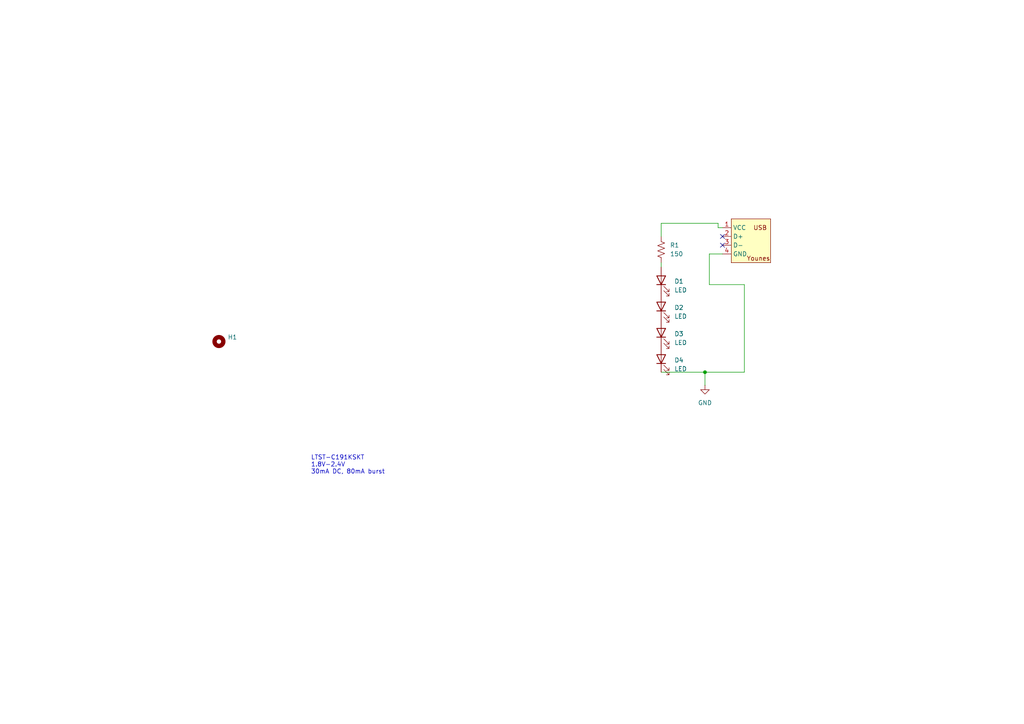
<source format=kicad_sch>
(kicad_sch
	(version 20250114)
	(generator "eeschema")
	(generator_version "9.0")
	(uuid "b4757da3-b2c5-4143-80a7-bf0ada63f815")
	(paper "A4")
	(lib_symbols
		(symbol "Device:LED"
			(pin_numbers
				(hide yes)
			)
			(pin_names
				(offset 1.016)
				(hide yes)
			)
			(exclude_from_sim no)
			(in_bom yes)
			(on_board yes)
			(property "Reference" "D"
				(at 0 2.54 0)
				(effects
					(font
						(size 1.27 1.27)
					)
				)
			)
			(property "Value" "LED"
				(at 0 -2.54 0)
				(effects
					(font
						(size 1.27 1.27)
					)
				)
			)
			(property "Footprint" ""
				(at 0 0 0)
				(effects
					(font
						(size 1.27 1.27)
					)
					(hide yes)
				)
			)
			(property "Datasheet" "~"
				(at 0 0 0)
				(effects
					(font
						(size 1.27 1.27)
					)
					(hide yes)
				)
			)
			(property "Description" "Light emitting diode"
				(at 0 0 0)
				(effects
					(font
						(size 1.27 1.27)
					)
					(hide yes)
				)
			)
			(property "Sim.Pins" "1=K 2=A"
				(at 0 0 0)
				(effects
					(font
						(size 1.27 1.27)
					)
					(hide yes)
				)
			)
			(property "ki_keywords" "LED diode"
				(at 0 0 0)
				(effects
					(font
						(size 1.27 1.27)
					)
					(hide yes)
				)
			)
			(property "ki_fp_filters" "LED* LED_SMD:* LED_THT:*"
				(at 0 0 0)
				(effects
					(font
						(size 1.27 1.27)
					)
					(hide yes)
				)
			)
			(symbol "LED_0_1"
				(polyline
					(pts
						(xy -3.048 -0.762) (xy -4.572 -2.286) (xy -3.81 -2.286) (xy -4.572 -2.286) (xy -4.572 -1.524)
					)
					(stroke
						(width 0)
						(type default)
					)
					(fill
						(type none)
					)
				)
				(polyline
					(pts
						(xy -1.778 -0.762) (xy -3.302 -2.286) (xy -2.54 -2.286) (xy -3.302 -2.286) (xy -3.302 -1.524)
					)
					(stroke
						(width 0)
						(type default)
					)
					(fill
						(type none)
					)
				)
				(polyline
					(pts
						(xy -1.27 0) (xy 1.27 0)
					)
					(stroke
						(width 0)
						(type default)
					)
					(fill
						(type none)
					)
				)
				(polyline
					(pts
						(xy -1.27 -1.27) (xy -1.27 1.27)
					)
					(stroke
						(width 0.254)
						(type default)
					)
					(fill
						(type none)
					)
				)
				(polyline
					(pts
						(xy 1.27 -1.27) (xy 1.27 1.27) (xy -1.27 0) (xy 1.27 -1.27)
					)
					(stroke
						(width 0.254)
						(type default)
					)
					(fill
						(type none)
					)
				)
			)
			(symbol "LED_1_1"
				(pin passive line
					(at -3.81 0 0)
					(length 2.54)
					(name "K"
						(effects
							(font
								(size 1.27 1.27)
							)
						)
					)
					(number "1"
						(effects
							(font
								(size 1.27 1.27)
							)
						)
					)
				)
				(pin passive line
					(at 3.81 0 180)
					(length 2.54)
					(name "A"
						(effects
							(font
								(size 1.27 1.27)
							)
						)
					)
					(number "2"
						(effects
							(font
								(size 1.27 1.27)
							)
						)
					)
				)
			)
			(embedded_fonts no)
		)
		(symbol "Device:R_US"
			(pin_numbers
				(hide yes)
			)
			(pin_names
				(offset 0)
			)
			(exclude_from_sim no)
			(in_bom yes)
			(on_board yes)
			(property "Reference" "R"
				(at 2.54 0 90)
				(effects
					(font
						(size 1.27 1.27)
					)
				)
			)
			(property "Value" "R_US"
				(at -2.54 0 90)
				(effects
					(font
						(size 1.27 1.27)
					)
				)
			)
			(property "Footprint" ""
				(at 1.016 -0.254 90)
				(effects
					(font
						(size 1.27 1.27)
					)
					(hide yes)
				)
			)
			(property "Datasheet" "~"
				(at 0 0 0)
				(effects
					(font
						(size 1.27 1.27)
					)
					(hide yes)
				)
			)
			(property "Description" "Resistor, US symbol"
				(at 0 0 0)
				(effects
					(font
						(size 1.27 1.27)
					)
					(hide yes)
				)
			)
			(property "ki_keywords" "R res resistor"
				(at 0 0 0)
				(effects
					(font
						(size 1.27 1.27)
					)
					(hide yes)
				)
			)
			(property "ki_fp_filters" "R_*"
				(at 0 0 0)
				(effects
					(font
						(size 1.27 1.27)
					)
					(hide yes)
				)
			)
			(symbol "R_US_0_1"
				(polyline
					(pts
						(xy 0 2.286) (xy 0 2.54)
					)
					(stroke
						(width 0)
						(type default)
					)
					(fill
						(type none)
					)
				)
				(polyline
					(pts
						(xy 0 2.286) (xy 1.016 1.905) (xy 0 1.524) (xy -1.016 1.143) (xy 0 0.762)
					)
					(stroke
						(width 0)
						(type default)
					)
					(fill
						(type none)
					)
				)
				(polyline
					(pts
						(xy 0 0.762) (xy 1.016 0.381) (xy 0 0) (xy -1.016 -0.381) (xy 0 -0.762)
					)
					(stroke
						(width 0)
						(type default)
					)
					(fill
						(type none)
					)
				)
				(polyline
					(pts
						(xy 0 -0.762) (xy 1.016 -1.143) (xy 0 -1.524) (xy -1.016 -1.905) (xy 0 -2.286)
					)
					(stroke
						(width 0)
						(type default)
					)
					(fill
						(type none)
					)
				)
				(polyline
					(pts
						(xy 0 -2.286) (xy 0 -2.54)
					)
					(stroke
						(width 0)
						(type default)
					)
					(fill
						(type none)
					)
				)
			)
			(symbol "R_US_1_1"
				(pin passive line
					(at 0 3.81 270)
					(length 1.27)
					(name "~"
						(effects
							(font
								(size 1.27 1.27)
							)
						)
					)
					(number "1"
						(effects
							(font
								(size 1.27 1.27)
							)
						)
					)
				)
				(pin passive line
					(at 0 -3.81 90)
					(length 1.27)
					(name "~"
						(effects
							(font
								(size 1.27 1.27)
							)
						)
					)
					(number "2"
						(effects
							(font
								(size 1.27 1.27)
							)
						)
					)
				)
			)
			(embedded_fonts no)
		)
		(symbol "Mechanical:MountingHole"
			(pin_names
				(offset 1.016)
			)
			(exclude_from_sim no)
			(in_bom no)
			(on_board yes)
			(property "Reference" "H"
				(at 0 5.08 0)
				(effects
					(font
						(size 1.27 1.27)
					)
				)
			)
			(property "Value" "MountingHole"
				(at 0 3.175 0)
				(effects
					(font
						(size 1.27 1.27)
					)
				)
			)
			(property "Footprint" ""
				(at 0 0 0)
				(effects
					(font
						(size 1.27 1.27)
					)
					(hide yes)
				)
			)
			(property "Datasheet" "~"
				(at 0 0 0)
				(effects
					(font
						(size 1.27 1.27)
					)
					(hide yes)
				)
			)
			(property "Description" "Mounting Hole without connection"
				(at 0 0 0)
				(effects
					(font
						(size 1.27 1.27)
					)
					(hide yes)
				)
			)
			(property "ki_keywords" "mounting hole"
				(at 0 0 0)
				(effects
					(font
						(size 1.27 1.27)
					)
					(hide yes)
				)
			)
			(property "ki_fp_filters" "MountingHole*"
				(at 0 0 0)
				(effects
					(font
						(size 1.27 1.27)
					)
					(hide yes)
				)
			)
			(symbol "MountingHole_0_1"
				(circle
					(center 0 0)
					(radius 1.27)
					(stroke
						(width 1.27)
						(type default)
					)
					(fill
						(type none)
					)
				)
			)
			(embedded_fonts no)
		)
		(symbol "USb Custom:USB_Edge-Custome"
			(exclude_from_sim no)
			(in_bom yes)
			(on_board yes)
			(property "Reference" "U"
				(at 0 0 0)
				(effects
					(font
						(size 1.27 1.27)
					)
				)
			)
			(property "Value" ""
				(at 0 0 0)
				(effects
					(font
						(size 1.27 1.27)
					)
				)
			)
			(property "Footprint" ""
				(at 0 0 0)
				(effects
					(font
						(size 1.27 1.27)
					)
					(hide yes)
				)
			)
			(property "Datasheet" ""
				(at 0 0 0)
				(effects
					(font
						(size 1.27 1.27)
					)
					(hide yes)
				)
			)
			(property "Description" ""
				(at 0 0 0)
				(effects
					(font
						(size 1.27 1.27)
					)
					(hide yes)
				)
			)
			(symbol "USB_Edge-Custome_1_1"
				(rectangle
					(start 2.54 7.62)
					(end 13.97 -5.08)
					(stroke
						(width 0)
						(type solid)
					)
					(fill
						(type color)
						(color 255 255 194 1)
					)
				)
				(text "Younes"
					(at 10.414 -3.81 0)
					(effects
						(font
							(size 1.27 1.27)
						)
					)
				)
				(text "USB"
					(at 10.922 5.08 0)
					(effects
						(font
							(size 1.27 1.27)
						)
					)
				)
				(pin power_in line
					(at 0 5.08 0)
					(length 2.54)
					(name "VCC"
						(effects
							(font
								(size 1.27 1.27)
							)
						)
					)
					(number "1"
						(effects
							(font
								(size 1.27 1.27)
							)
						)
					)
				)
				(pin bidirectional line
					(at 0 2.54 0)
					(length 2.54)
					(name "D+"
						(effects
							(font
								(size 1.27 1.27)
							)
						)
					)
					(number "2"
						(effects
							(font
								(size 1.27 1.27)
							)
						)
					)
				)
				(pin bidirectional line
					(at 0 0 0)
					(length 2.54)
					(name "D-"
						(effects
							(font
								(size 1.27 1.27)
							)
						)
					)
					(number "3"
						(effects
							(font
								(size 1.27 1.27)
							)
						)
					)
				)
				(pin power_in line
					(at 0 -2.54 0)
					(length 2.54)
					(name "GND"
						(effects
							(font
								(size 1.27 1.27)
							)
						)
					)
					(number "4"
						(effects
							(font
								(size 1.27 1.27)
							)
						)
					)
				)
			)
			(embedded_fonts no)
		)
		(symbol "power:GND"
			(power)
			(pin_numbers
				(hide yes)
			)
			(pin_names
				(offset 0)
				(hide yes)
			)
			(exclude_from_sim no)
			(in_bom yes)
			(on_board yes)
			(property "Reference" "#PWR"
				(at 0 -6.35 0)
				(effects
					(font
						(size 1.27 1.27)
					)
					(hide yes)
				)
			)
			(property "Value" "GND"
				(at 0 -3.81 0)
				(effects
					(font
						(size 1.27 1.27)
					)
				)
			)
			(property "Footprint" ""
				(at 0 0 0)
				(effects
					(font
						(size 1.27 1.27)
					)
					(hide yes)
				)
			)
			(property "Datasheet" ""
				(at 0 0 0)
				(effects
					(font
						(size 1.27 1.27)
					)
					(hide yes)
				)
			)
			(property "Description" "Power symbol creates a global label with name \"GND\" , ground"
				(at 0 0 0)
				(effects
					(font
						(size 1.27 1.27)
					)
					(hide yes)
				)
			)
			(property "ki_keywords" "global power"
				(at 0 0 0)
				(effects
					(font
						(size 1.27 1.27)
					)
					(hide yes)
				)
			)
			(symbol "GND_0_1"
				(polyline
					(pts
						(xy 0 0) (xy 0 -1.27) (xy 1.27 -1.27) (xy 0 -2.54) (xy -1.27 -1.27) (xy 0 -1.27)
					)
					(stroke
						(width 0)
						(type default)
					)
					(fill
						(type none)
					)
				)
			)
			(symbol "GND_1_1"
				(pin power_in line
					(at 0 0 270)
					(length 0)
					(name "~"
						(effects
							(font
								(size 1.27 1.27)
							)
						)
					)
					(number "1"
						(effects
							(font
								(size 1.27 1.27)
							)
						)
					)
				)
			)
			(embedded_fonts no)
		)
	)
	(text "LTST-C191KSKT \n1.8V-2.4V\n30mA DC, 80mA burst"
		(exclude_from_sim no)
		(at 90.17 134.874 0)
		(effects
			(font
				(size 1.27 1.27)
			)
			(justify left)
		)
		(uuid "a7e2514c-0054-47db-b7e0-0dcf2d69c51e")
	)
	(junction
		(at 204.47 107.95)
		(diameter 0)
		(color 0 0 0 0)
		(uuid "110e2f05-bde5-4ddb-914a-0df2cda15434")
	)
	(no_connect
		(at 209.55 71.12)
		(uuid "033dbd96-7331-484e-bf4e-c27783883f57")
	)
	(no_connect
		(at 209.55 68.58)
		(uuid "18e47ae9-a5d1-4238-b417-e6881f1d8a79")
	)
	(wire
		(pts
			(xy 204.47 111.76) (xy 204.47 107.95)
		)
		(stroke
			(width 0)
			(type default)
		)
		(uuid "0f0d2068-4bc4-48dc-80c3-1901890a61d2")
	)
	(wire
		(pts
			(xy 205.74 82.55) (xy 215.9 82.55)
		)
		(stroke
			(width 0)
			(type default)
		)
		(uuid "132a4993-0080-4a2b-a58d-1449115c2743")
	)
	(wire
		(pts
			(xy 191.77 76.2) (xy 191.77 77.47)
		)
		(stroke
			(width 0)
			(type default)
		)
		(uuid "179b6516-58d3-4f79-8eb5-d543555a891a")
	)
	(wire
		(pts
			(xy 205.74 73.66) (xy 205.74 82.55)
		)
		(stroke
			(width 0)
			(type default)
		)
		(uuid "3657e3e6-af13-44ca-89a4-7ac899afff27")
	)
	(wire
		(pts
			(xy 215.9 82.55) (xy 215.9 107.95)
		)
		(stroke
			(width 0)
			(type default)
		)
		(uuid "47a08082-75eb-4212-9d58-c982dc626dc3")
	)
	(wire
		(pts
			(xy 191.77 64.77) (xy 208.28 64.77)
		)
		(stroke
			(width 0)
			(type default)
		)
		(uuid "49eb953f-5ca9-4fff-b583-18c38b97edff")
	)
	(wire
		(pts
			(xy 191.77 64.77) (xy 191.77 68.58)
		)
		(stroke
			(width 0)
			(type default)
		)
		(uuid "6f7e848d-756d-49dc-a27e-5b9a5f8019e8")
	)
	(wire
		(pts
			(xy 215.9 107.95) (xy 204.47 107.95)
		)
		(stroke
			(width 0)
			(type default)
		)
		(uuid "741329ac-8d91-465e-b60d-87bd87dcaef2")
	)
	(wire
		(pts
			(xy 205.74 73.66) (xy 209.55 73.66)
		)
		(stroke
			(width 0)
			(type default)
		)
		(uuid "7a643370-cdf2-49e5-88f9-b9fc84a068b8")
	)
	(wire
		(pts
			(xy 208.28 66.04) (xy 209.55 66.04)
		)
		(stroke
			(width 0)
			(type default)
		)
		(uuid "8bc75056-9267-4a27-bcd4-4c199f92a159")
	)
	(wire
		(pts
			(xy 191.77 107.95) (xy 204.47 107.95)
		)
		(stroke
			(width 0)
			(type default)
		)
		(uuid "aa06098b-dd69-4400-8aee-5ad250d091ab")
	)
	(wire
		(pts
			(xy 208.28 64.77) (xy 208.28 66.04)
		)
		(stroke
			(width 0)
			(type default)
		)
		(uuid "f7d97a0c-c537-46bd-9356-633a1c63382b")
	)
	(symbol
		(lib_id "USb Custom:USB_Edge-Custome")
		(at 209.55 71.12 0)
		(unit 1)
		(exclude_from_sim no)
		(in_bom yes)
		(on_board yes)
		(dnp no)
		(fields_autoplaced yes)
		(uuid "0628d207-cdbf-48f4-bb3a-d04103945b3f")
		(property "Reference" "U1"
			(at 224.79 68.5799 0)
			(effects
				(font
					(size 1.27 1.27)
				)
				(justify left)
				(hide yes)
			)
		)
		(property "Value" "~"
			(at 224.79 71.1199 0)
			(effects
				(font
					(size 1.27 1.27)
				)
				(justify left)
				(hide yes)
			)
		)
		(property "Footprint" "USB_edge_PCB_Custom:Untitled"
			(at 209.55 71.12 0)
			(effects
				(font
					(size 1.27 1.27)
				)
				(hide yes)
			)
		)
		(property "Datasheet" ""
			(at 209.55 71.12 0)
			(effects
				(font
					(size 1.27 1.27)
				)
				(hide yes)
			)
		)
		(property "Description" ""
			(at 209.55 71.12 0)
			(effects
				(font
					(size 1.27 1.27)
				)
				(hide yes)
			)
		)
		(pin "1"
			(uuid "789ff257-461a-412b-8278-6cad2871b4a5")
		)
		(pin "2"
			(uuid "edad8854-848a-4b2b-a22f-f7817f217577")
		)
		(pin "3"
			(uuid "ee11c29b-fb79-4463-868c-696b50c20c20")
		)
		(pin "4"
			(uuid "6345c28e-d43b-481d-937b-151ac1c7a2b8")
		)
		(instances
			(project ""
				(path "/b4757da3-b2c5-4143-80a7-bf0ada63f815"
					(reference "U1")
					(unit 1)
				)
			)
		)
	)
	(symbol
		(lib_id "Device:LED")
		(at 191.77 96.52 90)
		(unit 1)
		(exclude_from_sim no)
		(in_bom yes)
		(on_board yes)
		(dnp no)
		(uuid "2c6c0f71-e1e5-4dce-838f-3936bd458db1")
		(property "Reference" "D3"
			(at 195.58 96.8374 90)
			(effects
				(font
					(size 1.27 1.27)
				)
				(justify right)
			)
		)
		(property "Value" "LED"
			(at 195.58 99.3774 90)
			(effects
				(font
					(size 1.27 1.27)
				)
				(justify right)
			)
		)
		(property "Footprint" "LED_SMD:LED_0402_1005Metric_Pad0.77x0.64mm_HandSolder"
			(at 191.77 96.52 0)
			(effects
				(font
					(size 1.27 1.27)
				)
				(hide yes)
			)
		)
		(property "Datasheet" "~"
			(at 191.77 96.52 0)
			(effects
				(font
					(size 1.27 1.27)
				)
				(hide yes)
			)
		)
		(property "Description" "Light emitting diode"
			(at 191.77 96.52 0)
			(effects
				(font
					(size 1.27 1.27)
				)
				(hide yes)
			)
		)
		(property "Sim.Pins" "1=K 2=A"
			(at 191.77 96.52 0)
			(effects
				(font
					(size 1.27 1.27)
				)
				(hide yes)
			)
		)
		(pin "2"
			(uuid "0a881333-905d-42cb-acdc-cd00194d2c31")
		)
		(pin "1"
			(uuid "7b797dfe-737b-4166-800e-03f1c0e8f6d4")
		)
		(instances
			(project "Keychain v1"
				(path "/b4757da3-b2c5-4143-80a7-bf0ada63f815"
					(reference "D3")
					(unit 1)
				)
			)
		)
	)
	(symbol
		(lib_id "Mechanical:MountingHole")
		(at 63.5 99.06 0)
		(unit 1)
		(exclude_from_sim no)
		(in_bom no)
		(on_board yes)
		(dnp no)
		(fields_autoplaced yes)
		(uuid "a489ddd0-27df-4712-82dd-0fb5fcc776e0")
		(property "Reference" "H1"
			(at 66.04 97.7899 0)
			(effects
				(font
					(size 1.27 1.27)
				)
				(justify left)
			)
		)
		(property "Value" "MountingHole"
			(at 66.04 100.3299 0)
			(effects
				(font
					(size 1.27 1.27)
				)
				(justify left)
				(hide yes)
			)
		)
		(property "Footprint" "MountingHole:MountingHole_2.1mm"
			(at 63.5 99.06 0)
			(effects
				(font
					(size 1.27 1.27)
				)
				(hide yes)
			)
		)
		(property "Datasheet" "~"
			(at 63.5 99.06 0)
			(effects
				(font
					(size 1.27 1.27)
				)
				(hide yes)
			)
		)
		(property "Description" "Mounting Hole without connection"
			(at 63.5 99.06 0)
			(effects
				(font
					(size 1.27 1.27)
				)
				(hide yes)
			)
		)
		(instances
			(project "Keychain v1"
				(path "/b4757da3-b2c5-4143-80a7-bf0ada63f815"
					(reference "H1")
					(unit 1)
				)
			)
		)
	)
	(symbol
		(lib_id "Device:LED")
		(at 191.77 81.28 90)
		(unit 1)
		(exclude_from_sim no)
		(in_bom yes)
		(on_board yes)
		(dnp no)
		(uuid "c92fb583-5e52-448f-b134-b27c5b11eb11")
		(property "Reference" "D1"
			(at 195.58 81.5974 90)
			(effects
				(font
					(size 1.27 1.27)
				)
				(justify right)
			)
		)
		(property "Value" "LED"
			(at 195.58 84.1374 90)
			(effects
				(font
					(size 1.27 1.27)
				)
				(justify right)
			)
		)
		(property "Footprint" "LED_SMD:LED_0402_1005Metric_Pad0.77x0.64mm_HandSolder"
			(at 191.77 81.28 0)
			(effects
				(font
					(size 1.27 1.27)
				)
				(hide yes)
			)
		)
		(property "Datasheet" "~"
			(at 191.77 81.28 0)
			(effects
				(font
					(size 1.27 1.27)
				)
				(hide yes)
			)
		)
		(property "Description" "Light emitting diode"
			(at 191.77 81.28 0)
			(effects
				(font
					(size 1.27 1.27)
				)
				(hide yes)
			)
		)
		(property "Sim.Pins" "1=K 2=A"
			(at 191.77 81.28 0)
			(effects
				(font
					(size 1.27 1.27)
				)
				(hide yes)
			)
		)
		(pin "2"
			(uuid "2527b3c6-295f-40a1-b569-0d63630207a8")
		)
		(pin "1"
			(uuid "44103903-1764-4588-b0b3-0929718f44cc")
		)
		(instances
			(project "Keychain v1"
				(path "/b4757da3-b2c5-4143-80a7-bf0ada63f815"
					(reference "D1")
					(unit 1)
				)
			)
		)
	)
	(symbol
		(lib_id "Device:LED")
		(at 191.77 104.14 90)
		(unit 1)
		(exclude_from_sim no)
		(in_bom yes)
		(on_board yes)
		(dnp no)
		(uuid "ef4f4a89-aef4-47c5-a14a-21cff35159c7")
		(property "Reference" "D4"
			(at 195.58 104.4574 90)
			(effects
				(font
					(size 1.27 1.27)
				)
				(justify right)
			)
		)
		(property "Value" "LED"
			(at 195.58 106.9974 90)
			(effects
				(font
					(size 1.27 1.27)
				)
				(justify right)
			)
		)
		(property "Footprint" "LED_SMD:LED_0402_1005Metric_Pad0.77x0.64mm_HandSolder"
			(at 191.77 104.14 0)
			(effects
				(font
					(size 1.27 1.27)
				)
				(hide yes)
			)
		)
		(property "Datasheet" "~"
			(at 191.77 104.14 0)
			(effects
				(font
					(size 1.27 1.27)
				)
				(hide yes)
			)
		)
		(property "Description" "Light emitting diode"
			(at 191.77 104.14 0)
			(effects
				(font
					(size 1.27 1.27)
				)
				(hide yes)
			)
		)
		(property "Sim.Pins" "1=K 2=A"
			(at 191.77 104.14 0)
			(effects
				(font
					(size 1.27 1.27)
				)
				(hide yes)
			)
		)
		(pin "2"
			(uuid "13a98c14-53b7-4b25-9b55-567acf0f2344")
		)
		(pin "1"
			(uuid "24a8384e-e618-488f-bf5c-39eae2748de2")
		)
		(instances
			(project "Keychain v1"
				(path "/b4757da3-b2c5-4143-80a7-bf0ada63f815"
					(reference "D4")
					(unit 1)
				)
			)
		)
	)
	(symbol
		(lib_id "Device:R_US")
		(at 191.77 72.39 0)
		(unit 1)
		(exclude_from_sim no)
		(in_bom yes)
		(on_board yes)
		(dnp no)
		(uuid "f383ecb6-d8ca-472b-a0a5-5d5c1011d714")
		(property "Reference" "R1"
			(at 194.31 71.1199 0)
			(effects
				(font
					(size 1.27 1.27)
				)
				(justify left)
			)
		)
		(property "Value" "150"
			(at 194.31 73.6599 0)
			(effects
				(font
					(size 1.27 1.27)
				)
				(justify left)
			)
		)
		(property "Footprint" "Resistor_SMD:R_0603_1608Metric"
			(at 192.786 72.644 90)
			(effects
				(font
					(size 1.27 1.27)
				)
				(hide yes)
			)
		)
		(property "Datasheet" "~"
			(at 191.77 72.39 0)
			(effects
				(font
					(size 1.27 1.27)
				)
				(hide yes)
			)
		)
		(property "Description" "Resistor, US symbol"
			(at 191.77 72.39 0)
			(effects
				(font
					(size 1.27 1.27)
				)
				(hide yes)
			)
		)
		(pin "2"
			(uuid "747c42cb-2ac5-45ec-8561-6238c9ee964a")
		)
		(pin "1"
			(uuid "67007c9f-e9fd-46f7-ad3f-e7aac1646077")
		)
		(instances
			(project "Keychain v1"
				(path "/b4757da3-b2c5-4143-80a7-bf0ada63f815"
					(reference "R1")
					(unit 1)
				)
			)
		)
	)
	(symbol
		(lib_id "Device:LED")
		(at 191.77 88.9 90)
		(unit 1)
		(exclude_from_sim no)
		(in_bom yes)
		(on_board yes)
		(dnp no)
		(uuid "f4d76de4-881e-4b7b-b0a4-37d939af5038")
		(property "Reference" "D2"
			(at 195.58 89.2174 90)
			(effects
				(font
					(size 1.27 1.27)
				)
				(justify right)
			)
		)
		(property "Value" "LED"
			(at 195.58 91.7574 90)
			(effects
				(font
					(size 1.27 1.27)
				)
				(justify right)
			)
		)
		(property "Footprint" "LED_SMD:LED_0402_1005Metric_Pad0.77x0.64mm_HandSolder"
			(at 191.77 88.9 0)
			(effects
				(font
					(size 1.27 1.27)
				)
				(hide yes)
			)
		)
		(property "Datasheet" "~"
			(at 191.77 88.9 0)
			(effects
				(font
					(size 1.27 1.27)
				)
				(hide yes)
			)
		)
		(property "Description" "Light emitting diode"
			(at 191.77 88.9 0)
			(effects
				(font
					(size 1.27 1.27)
				)
				(hide yes)
			)
		)
		(property "Sim.Pins" "1=K 2=A"
			(at 191.77 88.9 0)
			(effects
				(font
					(size 1.27 1.27)
				)
				(hide yes)
			)
		)
		(pin "2"
			(uuid "67deca84-453b-49ab-822d-b8917e237374")
		)
		(pin "1"
			(uuid "5ca774fb-35b9-4671-9a64-e6e914ad9cc7")
		)
		(instances
			(project "Keychain v1"
				(path "/b4757da3-b2c5-4143-80a7-bf0ada63f815"
					(reference "D2")
					(unit 1)
				)
			)
		)
	)
	(symbol
		(lib_id "power:GND")
		(at 204.47 111.76 0)
		(unit 1)
		(exclude_from_sim no)
		(in_bom yes)
		(on_board yes)
		(dnp no)
		(fields_autoplaced yes)
		(uuid "fb932d11-a5e5-4a46-9b7c-361a9a638a7f")
		(property "Reference" "#PWR02"
			(at 204.47 118.11 0)
			(effects
				(font
					(size 1.27 1.27)
				)
				(hide yes)
			)
		)
		(property "Value" "GND"
			(at 204.47 116.84 0)
			(effects
				(font
					(size 1.27 1.27)
				)
			)
		)
		(property "Footprint" ""
			(at 204.47 111.76 0)
			(effects
				(font
					(size 1.27 1.27)
				)
				(hide yes)
			)
		)
		(property "Datasheet" ""
			(at 204.47 111.76 0)
			(effects
				(font
					(size 1.27 1.27)
				)
				(hide yes)
			)
		)
		(property "Description" "Power symbol creates a global label with name \"GND\" , ground"
			(at 204.47 111.76 0)
			(effects
				(font
					(size 1.27 1.27)
				)
				(hide yes)
			)
		)
		(pin "1"
			(uuid "7d703ae4-b3c6-4c70-a945-c3714477205b")
		)
		(instances
			(project "Keychain v1"
				(path "/b4757da3-b2c5-4143-80a7-bf0ada63f815"
					(reference "#PWR02")
					(unit 1)
				)
			)
		)
	)
	(sheet_instances
		(path "/"
			(page "1")
		)
	)
	(embedded_fonts no)
)

</source>
